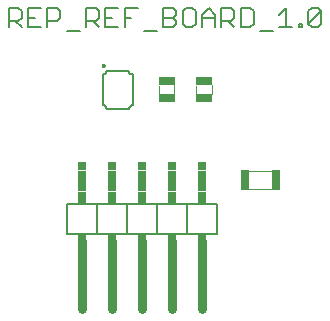
<source format=gto>
G75*
%MOIN*%
%OFA0B0*%
%FSLAX25Y25*%
%IPPOS*%
%LPD*%
%AMOC8*
5,1,8,0,0,1.08239X$1,22.5*
%
%ADD10C,0.00600*%
%ADD11C,0.00400*%
%ADD12R,0.02953X0.06693*%
%ADD13R,0.05709X0.02953*%
%ADD14C,0.03000*%
%ADD15R,0.03000X0.02000*%
%ADD16R,0.03000X0.04000*%
%ADD17R,0.03000X0.03000*%
%ADD18R,0.03000X0.07000*%
%ADD19C,0.00800*%
%ADD20C,0.01419*%
D10*
X0028941Y0027500D02*
X0038941Y0027500D01*
X0048941Y0027500D01*
X0058941Y0027500D01*
X0068941Y0027500D01*
X0078941Y0027500D01*
X0078941Y0037500D01*
X0068941Y0037500D01*
X0058941Y0037500D01*
X0048941Y0037500D01*
X0038941Y0037500D01*
X0028941Y0037500D01*
X0028941Y0027500D01*
X0038941Y0027500D02*
X0038941Y0037500D01*
X0048941Y0037500D02*
X0048941Y0027500D01*
X0058941Y0027500D02*
X0058941Y0037500D01*
X0068941Y0037500D02*
X0068941Y0027500D01*
X0059063Y0095227D02*
X0054792Y0095227D01*
X0050482Y0099497D02*
X0048347Y0099497D01*
X0048347Y0096294D02*
X0048347Y0102700D01*
X0052617Y0102700D01*
X0046172Y0102700D02*
X0041902Y0102700D01*
X0041902Y0096294D01*
X0046172Y0096294D01*
X0044037Y0099497D02*
X0041902Y0099497D01*
X0039726Y0099497D02*
X0039726Y0101632D01*
X0038659Y0102700D01*
X0035456Y0102700D01*
X0035456Y0096294D01*
X0035456Y0098429D02*
X0038659Y0098429D01*
X0039726Y0099497D01*
X0037591Y0098429D02*
X0039726Y0096294D01*
X0033281Y0095227D02*
X0029011Y0095227D01*
X0025768Y0098429D02*
X0026835Y0099497D01*
X0026835Y0101632D01*
X0025768Y0102700D01*
X0022565Y0102700D01*
X0022565Y0096294D01*
X0022565Y0098429D02*
X0025768Y0098429D01*
X0020390Y0096294D02*
X0016120Y0096294D01*
X0016120Y0102700D01*
X0020390Y0102700D01*
X0018255Y0099497D02*
X0016120Y0099497D01*
X0013944Y0099497D02*
X0012877Y0098429D01*
X0009674Y0098429D01*
X0009674Y0096294D02*
X0009674Y0102700D01*
X0012877Y0102700D01*
X0013944Y0101632D01*
X0013944Y0099497D01*
X0011809Y0098429D02*
X0013944Y0096294D01*
X0061238Y0096294D02*
X0064441Y0096294D01*
X0065508Y0097362D01*
X0065508Y0098429D01*
X0064441Y0099497D01*
X0061238Y0099497D01*
X0061238Y0096294D02*
X0061238Y0102700D01*
X0064441Y0102700D01*
X0065508Y0101632D01*
X0065508Y0100564D01*
X0064441Y0099497D01*
X0067683Y0101632D02*
X0068751Y0102700D01*
X0070886Y0102700D01*
X0071954Y0101632D01*
X0071954Y0097362D01*
X0070886Y0096294D01*
X0068751Y0096294D01*
X0067683Y0097362D01*
X0067683Y0101632D01*
X0074129Y0100564D02*
X0074129Y0096294D01*
X0074129Y0099497D02*
X0078399Y0099497D01*
X0078399Y0100564D02*
X0078399Y0096294D01*
X0080574Y0096294D02*
X0080574Y0102700D01*
X0083777Y0102700D01*
X0084845Y0101632D01*
X0084845Y0099497D01*
X0083777Y0098429D01*
X0080574Y0098429D01*
X0082710Y0098429D02*
X0084845Y0096294D01*
X0087020Y0096294D02*
X0090223Y0096294D01*
X0091290Y0097362D01*
X0091290Y0101632D01*
X0090223Y0102700D01*
X0087020Y0102700D01*
X0087020Y0096294D01*
X0093465Y0095227D02*
X0097736Y0095227D01*
X0099911Y0096294D02*
X0104181Y0096294D01*
X0102046Y0096294D02*
X0102046Y0102700D01*
X0099911Y0100564D01*
X0106356Y0097362D02*
X0107424Y0097362D01*
X0107424Y0096294D01*
X0106356Y0096294D01*
X0106356Y0097362D01*
X0109579Y0097362D02*
X0113850Y0101632D01*
X0113850Y0097362D01*
X0112782Y0096294D01*
X0110647Y0096294D01*
X0109579Y0097362D01*
X0109579Y0101632D01*
X0110647Y0102700D01*
X0112782Y0102700D01*
X0113850Y0101632D01*
X0078399Y0100564D02*
X0076264Y0102700D01*
X0074129Y0100564D01*
D11*
X0072150Y0076904D02*
X0072150Y0074002D01*
X0077346Y0074002D02*
X0077346Y0077002D01*
X0064846Y0077002D02*
X0064846Y0074002D01*
X0059650Y0074002D02*
X0059650Y0076904D01*
X0089699Y0048600D02*
X0097297Y0048600D01*
X0097297Y0042404D02*
X0089699Y0042404D01*
D12*
X0088275Y0045498D03*
X0098721Y0045506D03*
D13*
X0074753Y0072625D03*
X0074753Y0078325D03*
X0062253Y0078325D03*
X0062253Y0072625D03*
D14*
X0063941Y0025000D02*
X0063941Y0002500D01*
X0073941Y0002500D02*
X0073941Y0025000D01*
X0053941Y0025000D02*
X0053941Y0002500D01*
X0043941Y0002500D02*
X0043941Y0025000D01*
X0033941Y0025000D02*
X0033941Y0002500D01*
D15*
X0033941Y0026500D03*
X0043941Y0026500D03*
X0053941Y0026500D03*
X0063941Y0026500D03*
X0073941Y0026500D03*
D16*
X0073941Y0039500D03*
X0063941Y0039500D03*
X0053941Y0039500D03*
X0043941Y0039500D03*
X0033941Y0039500D03*
D17*
X0033941Y0050000D03*
X0043941Y0050000D03*
X0053941Y0050000D03*
X0063941Y0050000D03*
X0073941Y0050000D03*
D18*
X0073941Y0045000D03*
X0063941Y0045000D03*
X0053941Y0045000D03*
X0043941Y0045000D03*
X0033941Y0045000D03*
D19*
X0042258Y0069203D02*
X0042256Y0069269D01*
X0042251Y0069335D01*
X0042241Y0069401D01*
X0042228Y0069466D01*
X0042212Y0069530D01*
X0042192Y0069593D01*
X0042168Y0069655D01*
X0042141Y0069715D01*
X0042111Y0069774D01*
X0042077Y0069831D01*
X0042040Y0069886D01*
X0042000Y0069939D01*
X0041958Y0069990D01*
X0041912Y0070038D01*
X0041864Y0070084D01*
X0041813Y0070126D01*
X0041760Y0070166D01*
X0041705Y0070203D01*
X0041648Y0070237D01*
X0041589Y0070267D01*
X0041529Y0070294D01*
X0041467Y0070318D01*
X0041404Y0070338D01*
X0041340Y0070354D01*
X0041275Y0070367D01*
X0041209Y0070377D01*
X0041143Y0070382D01*
X0041077Y0070384D01*
X0041077Y0080620D01*
X0041143Y0080622D01*
X0041209Y0080627D01*
X0041275Y0080637D01*
X0041340Y0080650D01*
X0041404Y0080666D01*
X0041467Y0080686D01*
X0041529Y0080710D01*
X0041589Y0080737D01*
X0041648Y0080767D01*
X0041705Y0080801D01*
X0041760Y0080838D01*
X0041813Y0080878D01*
X0041864Y0080920D01*
X0041912Y0080966D01*
X0041958Y0081014D01*
X0042000Y0081065D01*
X0042040Y0081118D01*
X0042077Y0081173D01*
X0042111Y0081230D01*
X0042141Y0081289D01*
X0042168Y0081349D01*
X0042192Y0081411D01*
X0042212Y0081474D01*
X0042228Y0081538D01*
X0042241Y0081603D01*
X0042251Y0081669D01*
X0042256Y0081735D01*
X0042258Y0081801D01*
X0049738Y0081801D01*
X0049740Y0081735D01*
X0049745Y0081669D01*
X0049755Y0081603D01*
X0049768Y0081538D01*
X0049784Y0081474D01*
X0049804Y0081411D01*
X0049828Y0081349D01*
X0049855Y0081289D01*
X0049885Y0081230D01*
X0049919Y0081173D01*
X0049956Y0081118D01*
X0049996Y0081065D01*
X0050038Y0081014D01*
X0050084Y0080966D01*
X0050132Y0080920D01*
X0050183Y0080878D01*
X0050236Y0080838D01*
X0050291Y0080801D01*
X0050348Y0080767D01*
X0050407Y0080737D01*
X0050467Y0080710D01*
X0050529Y0080686D01*
X0050592Y0080666D01*
X0050656Y0080650D01*
X0050721Y0080637D01*
X0050787Y0080627D01*
X0050853Y0080622D01*
X0050919Y0080620D01*
X0050919Y0070384D01*
X0050853Y0070382D01*
X0050787Y0070377D01*
X0050721Y0070367D01*
X0050656Y0070354D01*
X0050592Y0070338D01*
X0050529Y0070318D01*
X0050467Y0070294D01*
X0050407Y0070267D01*
X0050348Y0070237D01*
X0050291Y0070203D01*
X0050236Y0070166D01*
X0050183Y0070126D01*
X0050132Y0070084D01*
X0050084Y0070038D01*
X0050038Y0069990D01*
X0049996Y0069939D01*
X0049956Y0069886D01*
X0049919Y0069831D01*
X0049885Y0069774D01*
X0049855Y0069715D01*
X0049828Y0069655D01*
X0049804Y0069593D01*
X0049784Y0069530D01*
X0049768Y0069466D01*
X0049755Y0069401D01*
X0049745Y0069335D01*
X0049740Y0069269D01*
X0049738Y0069203D01*
X0042258Y0069203D01*
D20*
X0041274Y0083376D03*
M02*

</source>
